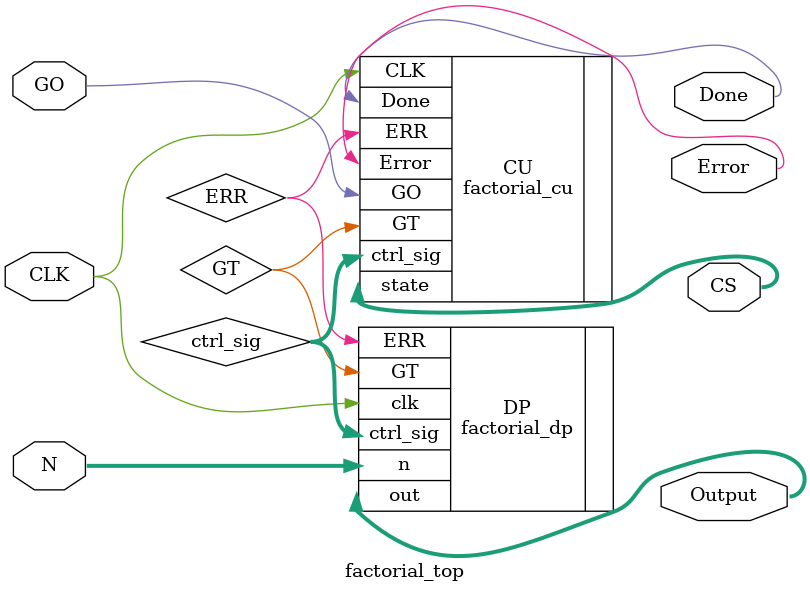
<source format=v>
`timescale 1ns / 1ps


module factorial_top(
        input GO, CLK,
        input [3:0] N,
        output Done, Error,
        output [31:0] Output,
        output [2:0] CS
    );
    
    wire [4:0] ctrl_sig;
    wire ERR, GT;
    
    factorial_dp DP (
        .n(N),
        .clk(CLK),
        .ctrl_sig(ctrl_sig),
        .out(Output),
        .ERR(ERR),
        .GT(GT)
    );
    
    factorial_cu CU (
        .GO(GO),
        .CLK(CLK),
        .ERR(ERR),
        .GT(GT),
        .ctrl_sig(ctrl_sig),
        .Done(Done),
        .Error(Error),
        .state(CS)
    );
    
    
endmodule

</source>
